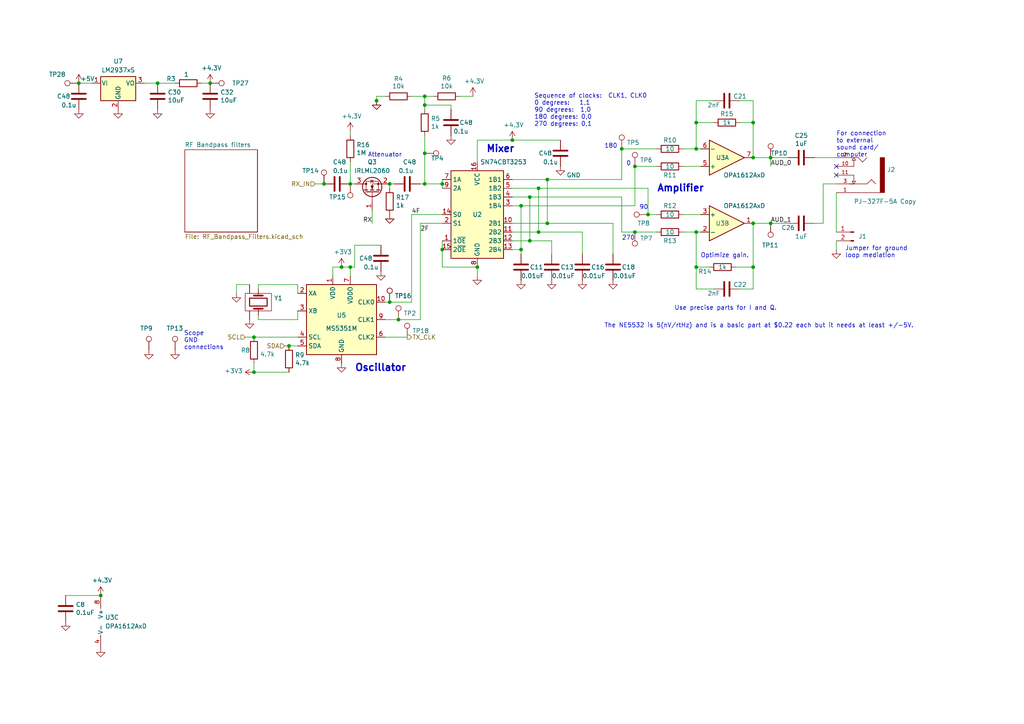
<source format=kicad_sch>
(kicad_sch (version 20230121) (generator eeschema)
  (paper "A4")
  (lib_symbols
    (symbol "Amplifier_Operational:OPA1612AxD" (pin_names (offset 0.127))
      (property "Reference" "U" (at 0 5.08 0))
      (property "Value" "OPA1612AxD" (at 0 -5.08 0))
      (symbol "OPA1612AxD_1_1"
        (polyline (pts (xy -5.08 5.08) (xy 5.08 0) (xy -5.08 -5.08) (xy -5.08 5.08)) (stroke (width 0.254)) (fill (type background)))
        (pin output line (at 7.62 0 180) (length 2.54) (name "~") (number "1"))
        (pin input line (at -7.62 -2.54 0) (length 2.54) (name "-") (number "2"))
        (pin input line (at -7.62 2.54 0) (length 2.54) (name "+") (number "3"))
      )
      (symbol "OPA1612AxD_2_1"
        (polyline (pts (xy -5.08 5.08) (xy 5.08 0) (xy -5.08 -5.08) (xy -5.08 5.08)) (stroke (width 0.254)) (fill (type background)))
        (pin input line (at -7.62 2.54 0) (length 2.54) (name "+") (number "5"))
        (pin input line (at -7.62 -2.54 0) (length 2.54) (name "-") (number "6"))
        (pin output line (at 7.62 0 180) (length 2.54) (name "~") (number "7"))
      )
      (symbol "OPA1612AxD_3_1"
        (pin power_in line (at -2.54 -7.62 90) (length 3.81) (name "V-") (number "4"))
        (pin power_in line (at -2.54 7.62 270) (length 3.81) (name "V+") (number "8"))
      )
    )
    (symbol "Analog_Switch:SN74CBT3253"
      (property "Reference" "U" (at -7.62 13.97 0))
      (property "Value" "SN74CBT3253" (at -11.43 -13.97 0))
      (symbol "SN74CBT3253_0_1"
        (rectangle (start -7.62 12.7) (end 7.62 -12.7) (stroke (width 0.254)) (fill (type background)))
        (rectangle (start 7.62 -12.7) (end 7.62 -12.7))
      )
      (symbol "SN74CBT3253_1_1"
        (pin input line (at -10.16 -7.62 0) (length 2.54) (name "1~{OE}") (number "1"))
        (pin bidirectional line (at 10.16 -2.54 180) (length 2.54) (name "2B1") (number "10"))
        (pin bidirectional line (at 10.16 -5.08 180) (length 2.54) (name "2B2") (number "11"))
        (pin bidirectional line (at 10.16 -7.62 180) (length 2.54) (name "2B3") (number "12"))
        (pin bidirectional line (at 10.16 -10.16 180) (length 2.54) (name "2B4") (number "13"))
        (pin input line (at -10.16 0 0) (length 2.54) (name "S0") (number "14"))
        (pin input line (at -10.16 -10.16 0) (length 2.54) (name "2~{OE}") (number "15"))
        (pin power_in line (at 0 15.24 270) (length 2.54) (name "VCC") (number "16"))
        (pin input line (at -10.16 -2.54 0) (length 2.54) (name "S1") (number "2"))
        (pin bidirectional line (at 10.16 2.54 180) (length 2.54) (name "1B4") (number "3"))
        (pin bidirectional line (at 10.16 5.08 180) (length 2.54) (name "1B3") (number "4"))
        (pin bidirectional line (at 10.16 7.62 180) (length 2.54) (name "1B2") (number "5"))
        (pin bidirectional line (at 10.16 10.16 180) (length 2.54) (name "1B1") (number "6"))
        (pin bidirectional line (at -10.16 10.16 0) (length 2.54) (name "1A") (number "7"))
        (pin power_in line (at 0 -15.24 90) (length 2.54) (name "GND") (number "8"))
        (pin bidirectional line (at -10.16 7.62 0) (length 2.54) (name "2A") (number "9"))
      )
    )
    (symbol "Connector:TestPoint" (pin_numbers hide) (pin_names (offset 0.762) hide)
      (property "Reference" "TP" (at 0 6.858 0))
      (property "Value" "TestPoint" (at 0 5.08 0))
      (symbol "TestPoint_0_1"
        (circle (center 0 3.302) (radius 0.762))
      )
      (symbol "TestPoint_1_1"
        (pin passive line (at 0 0 90) (length 2.54) (name "1") (number "1"))
      )
    )
    (symbol "Device:C" (pin_numbers hide) (pin_names (offset 0.254))
      (property "Reference" "C" (at 0.635 2.54 0))
      (property "Value" "C" (at 0.635 -2.54 0))
      (symbol "C_0_1"
        (polyline (pts (xy -2.032 -0.762) (xy 2.032 -0.762)) (stroke (width 0.508)))
        (polyline (pts (xy -2.032 0.762) (xy 2.032 0.762)) (stroke (width 0.508)))
      )
      (symbol "C_1_1"
        (pin passive line (at 0 3.81 270) (length 2.794) (name "~") (number "1"))
        (pin passive line (at 0 -3.81 90) (length 2.794) (name "~") (number "2"))
      )
    )
    (symbol "Device:R" (pin_numbers hide) (pin_names (offset 0))
      (property "Reference" "R" (at 2.032 0 90))
      (property "Value" "R" (at 0 0 90))
      (symbol "R_0_1"
        (rectangle (start -1.016 -2.54) (end 1.016 2.54) (stroke (width 0.254)))
      )
      (symbol "R_1_1"
        (pin passive line (at 0 3.81 270) (length 1.27) (name "~") (number "1"))
        (pin passive line (at 0 -3.81 90) (length 1.27) (name "~") (number "2"))
      )
    )
    (symbol "Oscillator:Si5351A-B-GT"
      (property "Reference" "U" (at -8.89 11.43 0))
      (property "Value" "Si5351A-B-GT" (at -12.7 -12.7 0))
      (symbol "Si5351A-B-GT_0_1"
        (rectangle (start -10.16 10.16) (end 10.16 -10.16) (stroke (width 0.254)) (fill (type background)))
      )
      (symbol "Si5351A-B-GT_1_1"
        (pin power_in line (at -2.54 12.7 270) (length 2.54) (name "VDD") (number "1"))
        (pin output line (at 12.7 5.08 180) (length 2.54) (name "CLK0") (number "10"))
        (pin input line (at -12.7 7.62 0) (length 2.54) (name "XA") (number "2"))
        (pin input line (at -12.7 2.54 0) (length 2.54) (name "XB") (number "3"))
        (pin input line (at -12.7 -5.08 0) (length 2.54) (name "SCL") (number "4"))
        (pin bidirectional line (at -12.7 -7.62 0) (length 2.54) (name "SDA") (number "5"))
        (pin output line (at 12.7 -5.08 180) (length 2.54) (name "CLK2") (number "6"))
        (pin power_in line (at 2.54 12.7 270) (length 2.54) (name "VDDO") (number "7"))
        (pin power_in line (at 0 -12.7 90) (length 2.54) (name "GND") (number "8"))
        (pin output line (at 12.7 0 180) (length 2.54) (name "CLK1") (number "9"))
      )
    )
    (symbol "Regulator_Linear:LM2937xS" (pin_names (offset 0.254))
      (property "Reference" "U" (at -3.81 3.175 0))
      (property "Value" "LM2937xS" (at 0 3.175 0))
      (symbol "LM2937xS_0_1"
        (rectangle (start -5.08 -5.08) (end 5.08 1.905) (stroke (width 0.254)) (fill (type background)))
      )
      (symbol "LM2937xS_1_1"
        (pin power_in line (at -7.62 0 0) (length 2.54) (name "VI") (number "1"))
        (pin power_in line (at 0 -7.62 90) (length 2.54) (name "GND") (number "2"))
        (pin power_out line (at 7.62 0 180) (length 2.54) (name "VO") (number "3"))
      )
    )
    (symbol "Transistor_FET:2N7002" (pin_names hide)
      (property "Reference" "Q" (at 5.08 1.905 0))
      (property "Value" "2N7002" (at 5.08 0 0))
      (symbol "2N7002_0_1"
        (polyline (pts (xy 0.254 0) (xy -2.54 0)))
        (polyline (pts (xy 0.254 1.905) (xy 0.254 -1.905)) (stroke (width 0.254)))
        (polyline (pts (xy 0.762 -1.27) (xy 0.762 -2.286)) (stroke (width 0.254)))
        (polyline (pts (xy 0.762 0.508) (xy 0.762 -0.508)) (stroke (width 0.254)))
        (polyline (pts (xy 0.762 2.286) (xy 0.762 1.27)) (stroke (width 0.254)))
        (polyline (pts (xy 2.54 2.54) (xy 2.54 1.778)))
        (polyline (pts (xy 2.54 -2.54) (xy 2.54 0) (xy 0.762 0)))
        (polyline (pts (xy 0.762 -1.778) (xy 3.302 -1.778) (xy 3.302 1.778) (xy 0.762 1.778)))
        (polyline (pts (xy 1.016 0) (xy 2.032 0.381) (xy 2.032 -0.381) (xy 1.016 0)) (fill (type outline)))
        (polyline (pts (xy 2.794 0.508) (xy 2.921 0.381) (xy 3.683 0.381) (xy 3.81 0.254)))
        (polyline (pts (xy 3.302 0.381) (xy 2.921 -0.254) (xy 3.683 -0.254) (xy 3.302 0.381)))
        (circle (center 1.651 0) (radius 2.794) (stroke (width 0.254)))
        (circle (center 2.54 -1.778) (radius 0.254) (fill (type outline)))
        (circle (center 2.54 1.778) (radius 0.254) (fill (type outline)))
      )
      (symbol "2N7002_1_1"
        (pin input line (at -5.08 0 0) (length 2.54) (name "G") (number "1"))
        (pin passive line (at 2.54 -5.08 90) (length 2.54) (name "S") (number "2"))
        (pin passive line (at 2.54 5.08 270) (length 2.54) (name "D") (number "3"))
      )
    )
    (symbol "muSDRx-rescue:+4.3V-lt6231" (power) (pin_names (offset 0))
      (property "Value" "+4.3V-lt6231" (at 0 3.556 0))
      (symbol "+4.3V-lt6231_0_1"
        (polyline (pts (xy -0.762 1.27) (xy 0 2.54)))
        (polyline (pts (xy 0 0) (xy 0 2.54)))
        (polyline (pts (xy 0 2.54) (xy 0.762 1.27)))
      )
      (symbol "+4.3V-lt6231_1_1"
        (pin power_in line (at 0 0 90) (length 0) hide (name "+4.3V") (number "1"))
      )
    )
    (symbol "muSDRx-rescue:35RAPC4BHN2-35RAPC4BHN2" (pin_names (offset 1.016) hide)
      (property "Reference" "J" (at -5.1054 5.6134 0))
      (property "Value" "35RAPC4BHN2-35RAPC4BHN2" (at -5.1054 -7.6454 0))
      (symbol "35RAPC4BHN2-35RAPC4BHN2_0_0"
        (rectangle (start -6.3754 -5.1054) (end -5.08 5.0546) (fill (type outline)))
        (polyline (pts (xy -2.54 1.27) (xy -3.81 2.54)) (stroke (width 0.1524)))
        (polyline (pts (xy -1.27 -5.08) (xy 0 -3.81)) (stroke (width 0.1524)))
        (polyline (pts (xy -1.27 2.54) (xy -2.54 1.27)) (stroke (width 0.1524)))
        (polyline (pts (xy 0 -3.81) (xy 1.27 -5.08)) (stroke (width 0.1524)))
        (polyline (pts (xy 1.27 -5.08) (xy 2.54 -5.08)) (stroke (width 0.1524)))
        (polyline (pts (xy 2.032 -4.318) (xy 2.54 -5.08)) (stroke (width 0.1524)))
        (polyline (pts (xy 2.032 1.778) (xy 2.54 1.778)) (stroke (width 0.1524)))
        (polyline (pts (xy 2.54 -5.08) (xy 3.048 -4.318)) (stroke (width 0.1524)))
        (polyline (pts (xy 2.54 -4.318) (xy 2.032 -4.318)) (stroke (width 0.1524)))
        (polyline (pts (xy 2.54 -4.318) (xy 2.54 -2.54)) (stroke (width 0.1524)))
        (polyline (pts (xy 2.54 1.778) (xy 2.54 0)) (stroke (width 0.1524)))
        (polyline (pts (xy 2.54 1.778) (xy 3.048 1.778)) (stroke (width 0.1524)))
        (polyline (pts (xy 2.54 2.54) (xy -1.27 2.54)) (stroke (width 0.1524)))
        (polyline (pts (xy 2.54 2.54) (xy 2.032 1.778)) (stroke (width 0.1524)))
        (polyline (pts (xy 2.54 5.08) (xy -5.08 5.08)) (stroke (width 0.1524)))
        (polyline (pts (xy 3.048 -4.318) (xy 2.54 -4.318)) (stroke (width 0.1524)))
        (polyline (pts (xy 3.048 1.778) (xy 2.54 2.54)) (stroke (width 0.1524)))
        (polyline (pts (xy 3.81 2.54) (xy 2.54 2.54)) (stroke (width 0.1524)))
        (pin passive line (at 7.62 5.08 180) (length 5.08) (name "~") (number "1"))
        (pin passive line (at 7.62 -2.54 180) (length 5.08) (name "~") (number "10"))
        (pin passive line (at 7.62 0 180) (length 5.08) (name "~") (number "11"))
        (pin passive line (at 7.62 -5.08 180) (length 5.08) (name "~") (number "2"))
        (pin passive line (at 7.62 2.54 180) (length 5.08) (name "~") (number "3"))
      )
    )
    (symbol "muSDRx-rescue:CX3225-cx3225" (pin_numbers hide) (pin_names (offset 1.016) hide)
      (property "Reference" "Y" (at 0 5.08 0))
      (property "Value" "CX3225-cx3225" (at 0 -5.08 0))
      (symbol "CX3225-cx3225_0_1"
        (rectangle (start -2.54 3.81) (end 2.54 -3.81))
        (rectangle (start -1.143 2.54) (end 1.143 -2.54) (stroke (width 0.3048)))
        (polyline (pts (xy -2.54 0) (xy -1.905 0)))
        (polyline (pts (xy -1.905 -1.27) (xy -1.905 1.27)) (stroke (width 0.508)))
        (polyline (pts (xy 1.905 -1.27) (xy 1.905 1.27)) (stroke (width 0.508)))
        (polyline (pts (xy 2.54 0) (xy 1.905 0)))
      )
      (symbol "CX3225-cx3225_1_1"
        (pin passive line (at -3.81 0 0) (length 1.27) (name "1") (number "1"))
        (pin passive line (at -5.08 2.54 0) (length 2.54) (name "GND") (number "2"))
        (pin passive line (at 3.81 0 180) (length 1.27) (name "2") (number "3"))
        (pin passive line (at 5.08 2.54 180) (length 2.54) (name "GND") (number "4"))
      )
    )
    (symbol "muSDRx-rescue:Conn_01x02_Male-Connector" (pin_names (offset 1.016) hide)
      (property "Reference" "J" (at 0 2.54 0))
      (property "Value" "Conn_01x02_Male-Connector" (at 0 -5.08 0))
      (symbol "Conn_01x02_Male-Connector_1_1"
        (polyline (pts (xy 1.27 -2.54) (xy 0.8636 -2.54)) (stroke (width 0.1524)))
        (polyline (pts (xy 1.27 0) (xy 0.8636 0)) (stroke (width 0.1524)))
        (rectangle (start 0.8636 -2.413) (end 0 -2.667) (stroke (width 0.1524)) (fill (type outline)))
        (rectangle (start 0.8636 0.127) (end 0 -0.127) (stroke (width 0.1524)) (fill (type outline)))
        (pin passive line (at 5.08 0 180) (length 3.81) (name "Pin_1") (number "1"))
        (pin passive line (at 5.08 -2.54 180) (length 3.81) (name "Pin_2") (number "2"))
      )
    )
    (symbol "muSDRx-rescue:TestPoint-Connector" (pin_numbers hide) (pin_names (offset 0.762) hide)
      (property "Reference" "TP" (at 0 6.858 0))
      (property "Value" "TestPoint-Connector" (at 0 5.08 0))
      (symbol "TestPoint-Connector_0_1"
        (circle (center 0 3.302) (radius 0.762))
      )
      (symbol "TestPoint-Connector_1_1"
        (pin passive line (at 0 0 90) (length 2.54) (name "1") (number "1"))
      )
    )
    (symbol "power:+3.3V" (power) (pin_names (offset 0))
      (property "Value" "+3.3V" (at 0 3.556 0))
      (symbol "+3.3V_0_1"
        (polyline (pts (xy -0.762 1.27) (xy 0 2.54)))
        (polyline (pts (xy 0 0) (xy 0 2.54)))
        (polyline (pts (xy 0 2.54) (xy 0.762 1.27)))
      )
      (symbol "+3.3V_1_1"
        (pin power_in line (at 0 0 90) (length 0) hide (name "+3V3") (number "1"))
      )
    )
    (symbol "power:+5V" (power) (pin_names (offset 0))
      (property "Value" "+5V" (at 0 3.556 0))
      (symbol "+5V_0_1"
        (polyline (pts (xy -0.762 1.27) (xy 0 2.54)))
        (polyline (pts (xy 0 0) (xy 0 2.54)))
        (polyline (pts (xy 0 2.54) (xy 0.762 1.27)))
      )
      (symbol "+5V_1_1"
        (pin power_in line (at 0 0 90) (length 0) hide (name "+5V") (number "1"))
      )
    )
    (symbol "power:GND" (power) (pin_names (offset 0))
      (property "Value" "GND" (at 0 -3.81 0))
      (symbol "GND_0_1"
        (polyline (pts (xy 0 0) (xy 0 -1.27) (xy 1.27 -1.27) (xy 0 -2.54) (xy -1.27 -1.27) (xy 0 -1.27)))
      )
      (symbol "GND_1_1"
        (pin power_in line (at 0 0 270) (length 0) hide (name "GND") (number "1"))
      )
    )
  )
  (junction (at 113.03 53.34))
  (junction (at 153.67 57.15))
  (junction (at 218.44 45.72))
  (junction (at 223.52 64.77))
  (junction (at 128.27 53.34))
  (junction (at 151.13 72.39))
  (junction (at 73.66 107.95))
  (junction (at 223.52 45.72))
  (junction (at 99.06 77.47))
  (junction (at 201.93 67.31))
  (junction (at 123.19 27.94))
  (junction (at 158.75 64.77))
  (junction (at 113.03 87.63))
  (junction (at 187.96 62.23))
  (junction (at 218.44 64.77))
  (junction (at 22.86 24.13))
  (junction (at 128.27 72.39))
  (junction (at 153.67 69.85))
  (junction (at 158.75 52.07))
  (junction (at 123.19 44.45))
  (junction (at 123.19 30.48))
  (junction (at 218.44 77.47))
  (junction (at 218.44 35.56))
  (junction (at 29.21 172.72))
  (junction (at 180.34 43.18))
  (junction (at 45.72 24.13))
  (junction (at 101.6 77.47))
  (junction (at 201.93 35.56))
  (junction (at 123.19 53.34))
  (junction (at 184.15 67.31))
  (junction (at 138.43 77.47))
  (junction (at 83.82 100.33))
  (junction (at 156.21 54.61))
  (junction (at 201.93 43.18))
  (junction (at 109.22 29.21))
  (junction (at 93.98 53.34))
  (junction (at 156.21 67.31))
  (junction (at 73.66 97.79))
  (junction (at 201.93 77.47))
  (junction (at 148.59 40.64))
  (junction (at 151.13 59.69))
  (junction (at 184.15 48.26))
  (junction (at 60.96 24.13))
  (junction (at 101.6 53.34))
  (junction (at 115.57 92.71))
  (no_connect (at 242.57 48.26))
  (no_connect (at 242.57 50.8))
  (wire (pts (xy 123.19 27.94) (xy 119.38 27.94)))
  (wire (pts (xy 74.93 83.82) (xy 74.93 82.55)))
  (wire (pts (xy 180.34 43.18) (xy 190.5 43.18)))
  (wire (pts (xy 86.36 92.71) (xy 86.36 90.17)))
  (wire (pts (xy 74.93 92.71) (xy 86.36 92.71)))
  (wire (pts (xy 83.82 100.33) (xy 86.36 100.33)))
  (wire (pts (xy 115.57 92.71) (xy 121.92 92.71)))
  (wire (pts (xy 130.81 31.75) (xy 130.81 30.48)))
  (wire (pts (xy 121.92 64.77) (xy 128.27 64.77)))
  (wire (pts (xy 125.73 27.94) (xy 123.19 27.94)))
  (wire (pts (xy 102.87 77.47) (xy 102.87 71.12)))
  (wire (pts (xy 214.63 29.21) (xy 218.44 29.21)))
  (wire (pts (xy 223.52 48.26) (xy 223.52 45.72)))
  (wire (pts (xy 158.75 64.77) (xy 158.75 52.07)))
  (wire (pts (xy 138.43 40.64) (xy 148.59 40.64)))
  (wire (pts (xy 128.27 69.85) (xy 128.27 72.39)))
  (wire (pts (xy 238.76 53.34) (xy 238.76 64.77)))
  (wire (pts (xy 101.6 53.34) (xy 102.87 53.34)))
  (wire (pts (xy 113.03 87.63) (xy 119.38 87.63)))
  (wire (pts (xy 160.02 69.85) (xy 153.67 69.85)))
  (wire (pts (xy 128.27 54.61) (xy 128.27 53.34)))
  (wire (pts (xy 156.21 67.31) (xy 168.91 67.31)))
  (wire (pts (xy 184.15 59.69) (xy 184.15 48.26)))
  (wire (pts (xy 201.93 77.47) (xy 205.74 77.47)))
  (wire (pts (xy 68.58 82.55) (xy 72.39 82.55)))
  (wire (pts (xy 96.52 77.47) (xy 96.52 80.01)))
  (wire (pts (xy 128.27 72.39) (xy 128.27 77.47)))
  (wire (pts (xy 96.52 77.47) (xy 99.06 77.47)))
  (wire (pts (xy 107.95 64.77) (xy 107.95 60.96)))
  (wire (pts (xy 148.59 72.39) (xy 151.13 72.39)))
  (wire (pts (xy 151.13 72.39) (xy 151.13 73.66)))
  (wire (pts (xy 101.6 77.47) (xy 99.06 77.47)))
  (wire (pts (xy 236.22 45.72) (xy 242.57 45.72)))
  (wire (pts (xy 153.67 57.15) (xy 148.59 57.15)))
  (wire (pts (xy 151.13 59.69) (xy 151.13 72.39)))
  (wire (pts (xy 74.93 82.55) (xy 86.36 82.55)))
  (wire (pts (xy 148.59 59.69) (xy 151.13 59.69)))
  (wire (pts (xy 238.76 53.34) (xy 242.57 53.34)))
  (wire (pts (xy 19.05 172.72) (xy 29.21 172.72)))
  (wire (pts (xy 121.92 53.34) (xy 123.19 53.34)))
  (wire (pts (xy 218.44 77.47) (xy 218.44 64.77)))
  (wire (pts (xy 201.93 35.56) (xy 207.01 35.56)))
  (wire (pts (xy 180.34 52.07) (xy 158.75 52.07)))
  (wire (pts (xy 214.63 35.56) (xy 218.44 35.56)))
  (wire (pts (xy 128.27 77.47) (xy 138.43 77.47)))
  (wire (pts (xy 158.75 64.77) (xy 177.8 64.77)))
  (wire (pts (xy 187.96 54.61) (xy 156.21 54.61)))
  (wire (pts (xy 190.5 62.23) (xy 187.96 62.23)))
  (wire (pts (xy 114.3 53.34) (xy 113.03 53.34)))
  (wire (pts (xy 198.12 67.31) (xy 201.93 67.31)))
  (wire (pts (xy 101.6 38.1) (xy 101.6 39.37)))
  (wire (pts (xy 201.93 35.56) (xy 201.93 29.21)))
  (wire (pts (xy 180.34 57.15) (xy 180.34 67.31)))
  (wire (pts (xy 180.34 52.07) (xy 180.34 43.18)))
  (wire (pts (xy 218.44 64.77) (xy 223.52 64.77)))
  (wire (pts (xy 58.42 24.13) (xy 60.96 24.13)))
  (wire (pts (xy 111.76 97.79) (xy 118.11 97.79)))
  (wire (pts (xy 123.19 53.34) (xy 128.27 53.34)))
  (wire (pts (xy 109.22 27.94) (xy 109.22 29.21)))
  (wire (pts (xy 45.72 24.13) (xy 41.91 24.13)))
  (wire (pts (xy 73.66 97.79) (xy 86.36 97.79)))
  (wire (pts (xy 218.44 35.56) (xy 218.44 45.72)))
  (wire (pts (xy 121.92 92.71) (xy 121.92 64.77)))
  (wire (pts (xy 218.44 45.72) (xy 223.52 45.72)))
  (wire (pts (xy 45.72 24.13) (xy 50.8 24.13)))
  (wire (pts (xy 101.6 80.01) (xy 101.6 77.47)))
  (wire (pts (xy 102.87 71.12) (xy 110.49 71.12)))
  (wire (pts (xy 203.2 62.23) (xy 198.12 62.23)))
  (wire (pts (xy 73.66 97.79) (xy 71.12 97.79)))
  (wire (pts (xy 180.34 67.31) (xy 184.15 67.31)))
  (wire (pts (xy 201.93 67.31) (xy 201.93 77.47)))
  (wire (pts (xy 123.19 30.48) (xy 123.19 27.94)))
  (wire (pts (xy 218.44 77.47) (xy 218.44 83.82)))
  (wire (pts (xy 111.76 87.63) (xy 113.03 87.63)))
  (wire (pts (xy 148.59 69.85) (xy 153.67 69.85)))
  (wire (pts (xy 82.55 100.33) (xy 83.82 100.33)))
  (wire (pts (xy 184.15 67.31) (xy 190.5 67.31)))
  (wire (pts (xy 203.2 48.26) (xy 198.12 48.26)))
  (wire (pts (xy 22.86 24.13) (xy 26.67 24.13)))
  (wire (pts (xy 207.01 83.82) (xy 201.93 83.82)))
  (wire (pts (xy 203.2 43.18) (xy 201.93 43.18)))
  (wire (pts (xy 153.67 69.85) (xy 153.67 57.15)))
  (wire (pts (xy 223.52 45.72) (xy 228.6 45.72)))
  (wire (pts (xy 111.76 27.94) (xy 109.22 27.94)))
  (wire (pts (xy 138.43 46.99) (xy 138.43 40.64)))
  (wire (pts (xy 162.56 40.64) (xy 148.59 40.64)))
  (wire (pts (xy 130.81 30.48) (xy 123.19 30.48)))
  (wire (pts (xy 74.93 91.44) (xy 74.93 92.71)))
  (wire (pts (xy 111.76 92.71) (xy 115.57 92.71)))
  (wire (pts (xy 242.57 69.85) (xy 242.57 72.39)))
  (wire (pts (xy 101.6 77.47) (xy 102.87 77.47)))
  (wire (pts (xy 223.52 64.77) (xy 228.6 64.77)))
  (wire (pts (xy 213.36 77.47) (xy 218.44 77.47)))
  (wire (pts (xy 68.58 85.09) (xy 68.58 82.55)))
  (wire (pts (xy 177.8 64.77) (xy 177.8 73.66)))
  (wire (pts (xy 201.93 43.18) (xy 201.93 35.56)))
  (wire (pts (xy 123.19 39.37) (xy 123.19 44.45)))
  (wire (pts (xy 138.43 77.47) (xy 138.43 80.01)))
  (wire (pts (xy 201.93 43.18) (xy 198.12 43.18)))
  (wire (pts (xy 242.57 55.88) (xy 242.57 67.31)))
  (wire (pts (xy 113.03 53.34) (xy 113.03 54.61)))
  (wire (pts (xy 218.44 29.21) (xy 218.44 35.56)))
  (wire (pts (xy 73.66 105.41) (xy 73.66 107.95)))
  (wire (pts (xy 214.63 83.82) (xy 218.44 83.82)))
  (wire (pts (xy 184.15 48.26) (xy 190.5 48.26)))
  (wire (pts (xy 151.13 59.69) (xy 184.15 59.69)))
  (wire (pts (xy 133.35 27.94) (xy 137.16 27.94)))
  (wire (pts (xy 160.02 69.85) (xy 160.02 73.66)))
  (wire (pts (xy 187.96 62.23) (xy 187.96 54.61)))
  (wire (pts (xy 148.59 64.77) (xy 158.75 64.77)))
  (wire (pts (xy 73.66 107.95) (xy 83.82 107.95)))
  (wire (pts (xy 158.75 52.07) (xy 148.59 52.07)))
  (wire (pts (xy 123.19 44.45) (xy 123.19 53.34)))
  (wire (pts (xy 156.21 67.31) (xy 148.59 67.31)))
  (wire (pts (xy 93.98 53.34) (xy 91.44 53.34)))
  (wire (pts (xy 156.21 54.61) (xy 156.21 67.31)))
  (wire (pts (xy 201.93 77.47) (xy 201.93 83.82)))
  (wire (pts (xy 128.27 53.34) (xy 128.27 52.07)))
  (wire (pts (xy 207.01 29.21) (xy 201.93 29.21)))
  (wire (pts (xy 119.38 87.63) (xy 119.38 62.23)))
  (wire (pts (xy 201.93 67.31) (xy 203.2 67.31)))
  (wire (pts (xy 153.67 57.15) (xy 180.34 57.15)))
  (wire (pts (xy 148.59 54.61) (xy 156.21 54.61)))
  (wire (pts (xy 119.38 62.23) (xy 128.27 62.23)))
  (wire (pts (xy 236.22 64.77) (xy 238.76 64.77)))
  (wire (pts (xy 101.6 46.99) (xy 101.6 53.34)))
  (wire (pts (xy 86.36 82.55) (xy 86.36 85.09)))
  (wire (pts (xy 168.91 67.31) (xy 168.91 73.66)))
  (wire (pts (xy 123.19 31.75) (xy 123.19 30.48)))
  (text "0" (at 181.61 48.26 0) (effects (font (size 1.27 1.27)) (justify left bottom)))
  (text "Amplifier" (at 190.5 55.88 0) (effects (font (size 2.0066 2.0066) (thickness 0.4013) bold) (justify left bottom)))
  (text "180\n" (at 175.26 43.18 0) (effects (font (size 1.27 1.27)) (justify left bottom)))
  (text "Use precise parts for I and Q." (at 195.58 90.17 0) (effects (font (size 1.27 1.27)) (justify left bottom)))
  (text "The NE5532 is 5(nV/rtHz) and is a basic part at $0.22 each but it needs at least +/-5V." (at 175.26 95.25 0) (effects (font (size 1.27 1.27)) (justify left bottom)))
  (text "270" (at 180.34 69.85 0) (effects (font (size 1.27 1.27)) (justify left bottom)))
  (text "Attenuator" (at 106.68 45.72 0) (effects (font (size 1.27 1.27)) (justify left bottom)))
  (text "For connection\nto external \nsound card/\ncomputer" (at 242.57 45.72 0) (effects (font (size 1.27 1.27)) (justify left bottom)))
  (text "Oscillator" (at 102.87 107.95 0) (effects (font (size 2.0066 2.0066) (thickness 0.4013) bold) (justify left bottom)))
  (text "90" (at 185.42 60.96 0) (effects (font (size 1.27 1.27)) (justify left bottom)))
  (text "Scope \nGND\nconnections" (at 53.34 101.6 0) (effects (font (size 1.27 1.27)) (justify left bottom)))
  (text "Mixer" (at 140.97 44.45 0) (effects (font (size 2.0066 2.0066) (thickness 0.4013) bold) (justify left bottom)))
  (text "Sequence of clocks:  CLK1, CLK0\n0 degrees:   1,1\n90 degrees:  1,0\n180 degrees: 0,0\n270 degrees: 0,1" (at 154.94 36.83 0) (effects (font (size 1.27 1.27)) (justify left bottom)))
  (text "Jumper for ground \nloop mediation" (at 245.11 74.93 0) (effects (font (size 1.27 1.27)) (justify left bottom)))
  (text "Optimize gain." (at 203.2 74.93 0) (effects (font (size 1.27 1.27)) (justify left bottom)))
  (label "2F" (at 121.92 67.31 0))
  (label "4F" (at 119.38 62.23 0))
  (label "AUD_1" (at 223.52 64.77 0))
  (label "AUD_0" (at 223.52 48.26 0))
  (label "RX" (at 107.95 64.77 180))
  (hierarchical_label "SCL" (shape input) (at 71.12 97.79 180))
  (hierarchical_label "TX_CLK" (shape output) (at 118.11 97.79 0))
  (hierarchical_label "SDA" (shape input) (at 82.55 100.33 180))
  (hierarchical_label "RX_IN" (shape input) (at 91.44 53.34 180))
  (symbol (lib_id "Device:C") (at 232.41 45.72 270) (unit 1)
    (property "Reference" "C25" (at 232.41 39.3192 90))
    (property "Value" "1uF" (at 232.41 41.6306 90))
    (property "Footprint" "Capacitors_SMD:C_0805" (effects hide))
    (instances (project "SDR-TRX" (path "" (reference "C25") (unit 1))) (project "muSDRx" (path "" (reference "C22") (unit 1))))
  )
  (symbol (lib_id "power:GND") (at 109.22 29.21 0) (unit 1)
    (property "Reference" "#PWR048" (effects hide))
    (property "Value" "GND" (effects hide))
    (instances (project "SDR-TRX" (path "" (reference "#PWR048") (unit 1))) (project "muSDRx" (path "" (reference "#PWR024") (unit 1))))
  )
  (symbol (lib_id "power:GND") (at 99.06 105.41 0) (unit 1)
    (property "Reference" "#PWR046" (effects hide))
    (property "Value" "GND" (effects hide))
    (instances (project "SDR-TRX" (path "" (reference "#PWR046") (unit 1))) (project "muSDRx" (path "" (reference "#PWR022") (unit 1))))
  )
  (symbol (lib_id "muSDRx-rescue:TestPoint-Connector") (at 50.8 101.6 0) (unit 1)
    (property "Reference" "TP13" (at 48.26 95.25 0) (effects (justify left)))
    (property "Value" "TestPoint" (effects hide))
    (property "Footprint" "Connectors:PINTST" (effects hide))
    (instances (project "SDR-TRX" (path "" (reference "TP13") (unit 1))) (project "muSDRx" (path "" (reference "TP11") (unit 1))))
  )
  (symbol (lib_id "Device:C") (at 151.13 77.47 0) (unit 1)
    (property "Reference" "C11" (at 153.67 77.47 0) (effects (justify left)))
    (property "Value" "0.01uF" (at 151.13 80.01 0) (effects (justify left)))
    (property "Footprint" "Capacitors_SMD:C_0805" (effects hide))
  )
  (symbol (lib_id "Device:C") (at 168.91 77.47 0) (unit 1)
    (property "Reference" "C16" (at 171.45 77.47 0) (effects (justify left)))
    (property "Value" "0.01uF" (at 168.91 80.01 0) (effects (justify left)))
    (property "Footprint" "Capacitors_SMD:C_0805" (effects hide))
    (instances (project "SDR-TRX" (path "" (reference "C16") (unit 1))) (project "muSDRx" (path "" (reference "C14") (unit 1))))
  )
  (symbol (lib_id "power:GND") (at 29.21 187.96 0) (mirror y) (unit 1)
    (property "Reference" "#PWR022" (effects hide))
    (property "Value" "GND" (effects hide))
    (instances (project "SDR-TRX" (path "" (reference "#PWR022") (unit 1))) (project "muSDRx" (path "" (reference "#PWR059") (unit 1))))
  )
  (symbol (lib_id "power:GND") (at 138.43 80.01 0) (unit 1)
    (property "Reference" "#PWR019" (effects hide))
    (property "Value" "GND" (effects hide))
    (instances (project "SDR-TRX" (path "" (reference "#PWR019") (unit 1))) (project "muSDRx" (path "" (reference "#PWR031") (unit 1))))
  )
  (symbol (lib_id "Device:R") (at 210.82 35.56 270) (unit 1)
    (property "Reference" "R15" (at 210.82 33.02 90))
    (property "Value" "1k" (at 210.82 35.56 90))
    (property "Footprint" "Resistors_SMD:R_0805" (effects hide))
    (instances (project "SDR-TRX" (path "" (reference "R15") (unit 1))) (project "muSDRx" (path "" (reference "R22") (unit 1))))
  )
  (symbol (lib_id "Amplifier_Operational:OPA1612AxD") (at 210.82 45.72 0) (mirror x) (unit 2)
    (property "Reference" "U3" (at 209.55 64.77 0))
    (property "Value" "OPA1612AxD" (at 215.9 50.8 0))
    (property "Datasheet" "http://www.ti.com/lit/ds/symlink/opa1612.pdf" (effects hide))
    (property "LCSC" "C94590" (effects hide))
  )
  (symbol (lib_id "muSDRx-rescue:TestPoint-Connector") (at 113.03 87.63 0) (unit 1)
    (property "Reference" "TP1" (at 114.5032 85.8012 0) (effects (justify left)))
    (property "Value" "TestPoint" (effects hide))
    (property "Footprint" "Connectors:PINTST" (effects hide))
    (instances (project "SDR-TRX" (path "" (reference "TP1") (unit 1))) (project "muSDRx" (path "" (reference "TP2") (unit 1))))
  )
  (symbol (lib_id "power:+5V") (at 22.86 24.13 0) (unit 1)
    (property "Reference" "#PWR051" (effects hide))
    (property "Value" "+5V" (at 25.4 22.86 0))
    (instances (project "SDR-TRX" (path "" (reference "#PWR051") (unit 1))) (project "muSDRx" (path "" (reference "#PWR012") (unit 1))))
  )
  (symbol (lib_id "power:GND") (at 34.29 31.75 0) (unit 1)
    (property "Reference" "#PWR035" (effects hide))
    (property "Value" "GND" (effects hide))
    (instances (project "SDR-TRX" (path "" (reference "#PWR035") (unit 1))) (project "muSDRx" (path "" (reference "#PWR022") (unit 1))))
  )
  (symbol (lib_id "Oscillator:Si5351A-B-GT") (at 99.06 92.71 0) (unit 1)
    (property "Reference" "U5" (at 99.06 91.44 0))
    (property "Value" "MS5351M" (at 99.06 95.25 0))
    (property "Footprint" "Housings_SSOP:MSOP-10_3x3mm_Pitch0.5mm" (effects hide))
    (property "Datasheet" "https://www.silabs.com/documents/public/data-sheets/Si5351-B.pdf" (effects hide))
    (property "LCSC" "C1509083" (effects hide))
    (instances (project "SDR-TRX" (path "" (reference "U5") (unit 1))) (project "muSDRx" (path "" (reference "U2") (unit 1))))
  )
  (symbol (lib_id "power:GND") (at 110.49 78.74 0) (unit 1)
    (property "Reference" "#PWR049" (effects hide))
    (property "Value" "GND" (effects hide))
    (instances (project "SDR-TRX" (path "" (reference "#PWR049") (unit 1))) (project "muSDRx" (path "" (reference "#PWR025") (unit 1))))
  )
  (symbol (lib_id "power:GND") (at 22.86 31.75 0) (unit 1)
    (property "Reference" "#PWR044" (effects hide))
    (property "Value" "GND" (effects hide))
    (instances (project "SDR-TRX" (path "" (reference "#PWR044") (unit 1))) (project "muSDRx" (path "" (reference "#PWR09") (unit 1))))
  )
  (symbol (lib_id "muSDRx-rescue:+4.3V-lt6231") (at 60.96 24.13 0) (unit 1)
    (property "Reference" "#PWR053" (effects hide))
    (property "Value" "+4.3V" (at 61.341 19.7358 0))
    (instances (project "SDR-TRX" (path "" (reference "#PWR053") (unit 1))) (project "muSDRx" (path "" (reference "#PWR014") (unit 1))))
  )
  (symbol (lib_id "power:GND") (at 151.13 81.28 0) (unit 1)
    (property "Reference" "#PWR021" (effects hide))
    (property "Value" "GND" (effects hide))
    (instances (project "SDR-TRX" (path "" (reference "#PWR021") (unit 1))) (project "muSDRx" (path "" (reference "#PWR039") (unit 1))))
  )
  (symbol (lib_id "Regulator_Linear:LM2937xS") (at 34.29 24.13 0) (unit 1)
    (property "Reference" "U7" (at 34.29 17.78 0))
    (property "Value" "LM2937xS" (at 34.29 20.32 0))
    (property "Footprint" "Package_TO_SOT_SMD:TO-263-3_TabPin2" (effects hide))
    (property "Datasheet" "https://datasheet.lcsc.com/lcsc/2303021430_HGSEMI-LM2937ES-5-0-TR_C2902486.pdf" (effects hide))
    (property "LCSC" "C2902486" (effects hide))
  )
  (symbol (lib_id "power:GND") (at 43.18 101.6 0) (unit 1)
    (property "Reference" "#PWR029" (effects hide))
    (property "Value" "GND" (effects hide))
    (instances (project "SDR-TRX" (path "" (reference "#PWR029") (unit 1))) (project "muSDRx" (path "" (reference "#PWR050") (unit 1))))
  )
  (symbol (lib_id "Connector:TestPoint") (at 22.86 24.13 90) (unit 1)
    (property "Reference" "TP28" (at 19.05 21.59 90) (effects (justify left)))
    (property "Value" "TestPoint" (effects hide))
  )
  (symbol (lib_id "power:GND") (at 72.39 92.71 0) (unit 1)
    (property "Reference" "#PWR039" (effects hide))
    (property "Value" "GND" (effects hide))
    (instances (project "SDR-TRX" (path "" (reference "#PWR039") (unit 1))) (project "muSDRx" (path "" (reference "#PWR015") (unit 1))))
  )
  (symbol (lib_id "Device:R") (at 209.55 77.47 270) (mirror x) (unit 1)
    (property "Reference" "R14" (at 204.47 78.74 90))
    (property "Value" "1k" (at 209.55 77.47 90))
    (property "Footprint" "Resistors_SMD:R_0805" (effects hide))
    (instances (project "SDR-TRX" (path "" (reference "R14") (unit 1))) (project "muSDRx" (path "" (reference "R21") (unit 1))))
  )
  (symbol (lib_id "power:GND") (at 19.05 180.34 0) (unit 1)
    (property "Reference" "#PWR025" (effects hide))
    (property "Value" "GND" (effects hide))
  )
  (symbol (lib_id "Device:R") (at 194.31 62.23 270) (unit 1)
    (property "Reference" "R12" (at 194.31 59.69 90))
    (property "Value" "10" (at 194.31 62.23 90))
    (property "Footprint" "Resistors_SMD:R_0805" (effects hide))
    (instances (project "SDR-TRX" (path "" (reference "R12") (unit 1))) (project "muSDRx" (path "" (reference "R19") (unit 1))))
  )
  (symbol (lib_id "muSDRx-rescue:TestPoint-Connector") (at 223.52 45.72 0) (unit 1)
    (property "Reference" "TP10" (at 223.52 44.45 0) (effects (justify left)))
    (property "Value" "TestPoint" (effects hide))
    (property "Footprint" "Connectors:PINTST" (effects hide))
    (instances (project "SDR-TRX" (path "" (reference "TP10") (unit 1))) (project "muSDRx" (path "" (reference "TP13") (unit 1))))
  )
  (symbol (lib_id "muSDRx-rescue:TestPoint-Connector") (at 43.18 101.6 0) (unit 1)
    (property "Reference" "TP9" (at 40.64 95.25 0) (effects (justify left)))
    (property "Value" "TestPoint" (effects hide))
    (property "Footprint" "Connectors:PINTST" (effects hide))
    (instances (project "SDR-TRX" (path "" (reference "TP9") (unit 1))) (project "muSDRx" (path "" (reference "TP10") (unit 1))))
  )
  (symbol (lib_id "Device:R") (at 129.54 27.94 270) (unit 1)
    (property "Reference" "R6" (at 129.54 22.6822 90))
    (property "Value" "10k" (at 129.54 24.9936 90))
    (property "Footprint" "Resistors_SMD:R_0805" (effects hide))
    (instances (project "SDR-TRX" (path "" (reference "R6") (unit 1))) (project "muSDRx" (path "" (reference "R10") (unit 1))))
  )
  (symbol (lib_id "power:+3.3V") (at 99.06 77.47 0) (unit 1)
    (property "Reference" "#PWR045" (effects hide))
    (property "Value" "+3.3V" (at 99.441 73.0758 0))
    (instances (project "SDR-TRX" (path "" (reference "#PWR045") (unit 1))) (project "muSDRx" (path "" (reference "#PWR021") (unit 1))))
  )
  (symbol (lib_id "Device:R") (at 123.19 35.56 0) (unit 1)
    (property "Reference" "R5" (at 124.968 34.3916 0) (effects (justify left)))
    (property "Value" "1k" (at 124.968 36.703 0) (effects (justify left)))
    (property "Footprint" "Resistors_SMD:R_0805" (effects hide))
    (instances (project "SDR-TRX" (path "" (reference "R5") (unit 1))) (project "muSDRx" (path "" (reference "R9") (unit 1))))
  )
  (symbol (lib_id "muSDRx-rescue:+4.3V-lt6231") (at 148.59 40.64 0) (unit 1)
    (property "Reference" "#PWR020" (effects hide))
    (property "Value" "+4.3V" (at 148.971 36.2458 0))
    (instances (project "SDR-TRX" (path "" (reference "#PWR020") (unit 1))) (project "muSDRx" (path "" (reference "#PWR036") (unit 1))))
  )
  (symbol (lib_id "Device:C") (at 19.05 176.53 0) (unit 1)
    (property "Reference" "C8" (at 21.971 175.3616 0) (effects (justify left)))
    (property "Value" "0.1uF" (at 21.971 177.673 0) (effects (justify left)))
    (property "Footprint" "Capacitors_SMD:C_0805" (effects hide))
    (instances (project "SDR-TRX" (path "" (reference "C8") (unit 1))) (project "muSDRx" (path "" (reference "C5") (unit 1))))
  )
  (symbol (lib_id "Device:R") (at 113.03 58.42 0) (unit 1)
    (property "Reference" "R17" (at 114.808 57.2516 0) (effects (justify left)))
    (property "Value" "1k" (at 114.808 59.563 0) (effects (justify left)))
    (property "Footprint" "Resistor_SMD:R_0805_2012Metric" (effects hide))
    (instances (project "SDR-TRX" (path "" (reference "R17") (unit 1))) (project "muSDRx" (path "" (reference "R28") (unit 1))))
  )
  (symbol (lib_id "power:GND") (at 45.72 31.75 0) (unit 1)
    (property "Reference" "#PWR043" (effects hide))
    (property "Value" "GND" (effects hide))
    (instances (project "SDR-TRX" (path "" (reference "#PWR043") (unit 1))) (project "muSDRx" (path "" (reference "#PWR022") (unit 1))))
  )
  (symbol (lib_id "muSDRx-rescue:TestPoint-Connector") (at 223.52 64.77 180) (unit 1)
    (property "Reference" "TP11" (at 220.98 71.12 0) (effects (justify right)))
    (property "Value" "TestPoint" (effects hide))
    (property "Footprint" "Connectors:PINTST" (effects hide))
    (instances (project "SDR-TRX" (path "" (reference "TP11") (unit 1))) (project "muSDRx" (path "" (reference "TP14") (unit 1))))
  )
  (symbol (lib_id "muSDRx-rescue:+4.3V-lt6231") (at 29.21 172.72 0) (unit 1)
    (property "Reference" "#PWR015" (effects hide))
    (property "Value" "+4.3V" (at 29.591 168.3258 0))
    (instances (project "SDR-TRX" (path "" (reference "#PWR015") (unit 1))) (project "muSDRx" (path "" (reference "#PWR030") (unit 1))))
  )
  (symbol (lib_id "Device:C") (at 232.41 64.77 270) (unit 1)
    (property "Reference" "C26" (at 228.6 66.04 90))
    (property "Value" "1uF" (at 232.41 68.58 90))
    (property "Footprint" "Capacitors_SMD:C_0805" (effects hide))
    (instances (project "SDR-TRX" (path "" (reference "C26") (unit 1))) (project "muSDRx" (path "" (reference "C23") (unit 1))))
  )
  (symbol (lib_id "Device:R") (at 83.82 104.14 0) (unit 1)
    (property "Reference" "R9" (at 85.598 102.9716 0) (effects (justify left)))
    (property "Value" "4.7k" (at 85.598 105.283 0) (effects (justify left)))
    (property "Footprint" "Resistors_SMD:R_0805" (effects hide))
    (instances (project "SDR-TRX" (path "" (reference "R9") (unit 1))) (project "muSDRx" (path "" (reference "R7") (unit 1))))
  )
  (symbol (lib_id "muSDRx-rescue:Conn_01x02_Male-Connector") (at 247.65 67.31 0) (mirror y) (unit 1)
    (property "Reference" "J1" (at 250.19 68.58 0))
    (property "Value" "Conn_01x02_Male" (effects hide))
    (property "Footprint" "Pin_Headers:Pin_Header_Straight_1x02_Pitch2.54mm" (effects hide))
    (instances (project "SDR-TRX" (path "" (reference "J1") (unit 1))) (project "muSDRx" (path "" (reference "J11") (unit 1))))
  )
  (symbol (lib_id "Device:R") (at 73.66 101.6 0) (unit 1)
    (property "Reference" "R8" (at 69.85 101.6 0) (effects (justify left)))
    (property "Value" "4.7k" (at 75.438 102.743 0) (effects (justify left)))
    (property "Footprint" "Resistors_SMD:R_0805" (effects hide))
    (instances (project "SDR-TRX" (path "" (reference "R8") (unit 1))) (project "muSDRx" (path "" (reference "R5") (unit 1))))
  )
  (symbol (lib_id "Device:R") (at 115.57 27.94 270) (unit 1)
    (property "Reference" "R4" (at 115.57 22.86 90))
    (property "Value" "10k" (at 115.57 24.9936 90))
    (property "Footprint" "Resistors_SMD:R_0805" (effects hide))
    (instances (project "SDR-TRX" (path "" (reference "R4") (unit 1))) (project "muSDRx" (path "" (reference "R8") (unit 1))))
  )
  (symbol (lib_id "power:GND") (at 130.81 39.37 0) (unit 1)
    (property "Reference" "#PWR017" (effects hide))
    (property "Value" "GND" (effects hide))
    (instances (project "SDR-TRX" (path "" (reference "#PWR017") (unit 1))) (project "muSDRx" (path "" (reference "#PWR029") (unit 1))))
  )
  (symbol (lib_id "muSDRx-rescue:TestPoint-Connector") (at 180.34 43.18 0) (unit 1)
    (property "Reference" "TP5" (at 181.8132 41.3512 0) (effects (justify left)))
    (property "Value" "TestPoint" (effects hide))
    (property "Footprint" "Connectors:PINTST" (effects hide))
    (instances (project "SDR-TRX" (path "" (reference "TP5") (unit 1))) (project "muSDRx" (path "" (reference "TP6") (unit 1))))
  )
  (symbol (lib_id "power:GND") (at 109.22 29.21 0) (unit 1)
    (property "Reference" "#PWR014" (effects hide))
    (property "Value" "GND" (effects hide))
    (instances (project "SDR-TRX" (path "" (reference "#PWR014") (unit 1))) (project "muSDRx" (path "" (reference "#PWR024") (unit 1))))
  )
  (symbol (lib_id "Device:C") (at 162.56 44.45 0) (unit 1)
    (property "Reference" "C48" (at 156.21 44.45 0) (effects (justify left)))
    (property "Value" "0.1u" (at 157.48 46.99 0) (effects (justify left)))
    (property "Datasheet" "https://datasheet.lcsc.com/lcsc/2211211800_YAGEO-CS1206KRX7R9BB104_C577441.pdf" (effects hide))
    (property "LCSC" "C376923" (effects hide))
    (instances (project "SDR-TRX" (path "" (reference "C48") (unit 1)) (path "" (reference "C14") (unit 1))))
  )
  (symbol (lib_id "muSDRx-rescue:TestPoint-Connector") (at 101.6 53.34 180) (unit 1)
    (property "Reference" "TP15" (at 100.33 57.15 0) (effects (justify left)))
    (property "Value" "TestPoint" (effects hide))
    (property "Footprint" "TestPoint:TestPoint_THTPad_D1.5mm_Drill0.7mm" (effects hide))
    (instances (project "SDR-TRX" (path "" (reference "TP15") (unit 1))) (project "muSDRx" (path "" (reference "TP18") (unit 1))))
  )
  (symbol (lib_id "muSDRx-rescue:35RAPC4BHN2-35RAPC4BHN2") (at 250.19 50.8 180) (unit 1)
    (property "Reference" "J2" (at 257.2512 49.1998 0) (effects (justify right)))
    (property "Value" "PJ-327F-5A Copy" (at 247.65 58.42 0) (effects (justify right)))
    (property "Datasheet" "https://datasheet.lcsc.com/lcsc/2108131530_Korean-Hroparts-Elec-PJ-327F-5A_C128989.pdf" (effects hide))
    (property "LCSC" "C128989" (effects hide))
    (instances (project "SDR-TRX" (path "" (reference "J2") (unit 1))) (project "muSDRx" (path "" (reference "J7") (unit 1))))
  )
  (symbol (lib_id "Connector:TestPoint") (at 60.96 24.13 270) (unit 1)
    (property "Reference" "TP27" (at 67.31 24.13 90) (effects (justify left)))
    (property "Value" "TestPoint" (effects hide))
  )
  (symbol (lib_id "muSDRx-rescue:TestPoint-Connector") (at 123.19 44.45 270) (unit 1)
    (property "Reference" "TP4" (at 125.0188 45.9232 90) (effects (justify left)))
    (property "Value" "TestPoint" (effects hide))
    (property "Footprint" "Connectors:PINTST" (effects hide))
    (instances (project "SDR-TRX" (path "" (reference "TP4") (unit 1))) (project "muSDRx" (path "" (reference "TP5") (unit 1))))
  )
  (symbol (lib_id "Transistor_FET:2N7002") (at 107.95 55.88 90) (unit 1)
    (property "Reference" "Q3" (at 107.95 46.99 90))
    (property "Value" "IRLML2060" (at 107.95 49.53 90))
    (property "Footprint" "Package_TO_SOT_SMD:SOT-23" (effects hide))
    (property "Datasheet" "https://cdn-shop.adafruit.com/datasheets/irlml2060pbf.pdf" (effects hide))
    (property "LCSC" "C67275" (effects hide))
    (instances (project "SDR-TRX" (path "" (reference "Q3") (unit 1)) (path "" (reference "Q2") (unit 1))))
  )
  (symbol (lib_id "muSDRx-rescue:TestPoint-Connector") (at 115.57 92.71 0) (unit 1)
    (property "Reference" "TP2" (at 117.0432 90.8812 0) (effects (justify left)))
    (property "Value" "TestPoint" (effects hide))
    (property "Footprint" "Connectors:PINTST" (effects hide))
    (instances (project "SDR-TRX" (path "" (reference "TP2") (unit 1))) (project "muSDRx" (path "" (reference "TP3") (unit 1))))
  )
  (symbol (lib_id "Device:C") (at 110.49 74.93 0) (unit 1)
    (property "Reference" "C48" (at 104.14 74.93 0) (effects (justify left)))
    (property "Value" "0.1u" (at 105.41 77.47 0) (effects (justify left)))
    (property "Datasheet" "https://datasheet.lcsc.com/lcsc/2211211800_YAGEO-CS1206KRX7R9BB104_C577441.pdf" (effects hide))
    (property "LCSC" "C376923" (effects hide))
    (instances (project "SDR-TRX" (path "" (reference "C48") (unit 1)) (path "" (reference "C19") (unit 1))))
  )
  (symbol (lib_id "power:GND") (at 177.8 81.28 0) (unit 1)
    (property "Reference" "#PWR028" (effects hide))
    (property "Value" "GND" (effects hide))
    (instances (project "SDR-TRX" (path "" (reference "#PWR028") (unit 1))) (project "muSDRx" (path "" (reference "#PWR046") (unit 1))))
  )
  (symbol (lib_id "Amplifier_Operational:OPA1612AxD") (at 31.75 180.34 0) (unit 3)
    (property "Reference" "U3" (at 30.48 179.07 0) (effects (justify left)))
    (property "Value" "OPA1612AxD" (at 30.48 181.61 0) (effects (justify left)))
    (property "Datasheet" "http://www.ti.com/lit/ds/symlink/opa1612.pdf" (effects hide))
    (property "LCSC" "C94590" (effects hide))
  )
  (symbol (lib_id "power:+3.3V") (at 73.66 107.95 90) (unit 1)
    (property "Reference" "#PWR040" (effects hide))
    (property "Value" "+3.3V" (at 70.4088 107.569 90) (effects (justify left)))
    (instances (project "SDR-TRX" (path "" (reference "#PWR040") (unit 1))) (project "muSDRx" (path "" (reference "#PWR016") (unit 1))))
  )
  (symbol (lib_id "muSDRx-rescue:+4.3V-lt6231") (at 101.6 38.1 0) (unit 1)
    (property "Reference" "#PWR047" (effects hide))
    (property "Value" "+4.3V" (at 101.981 33.7058 0))
    (instances (project "SDR-TRX" (path "" (reference "#PWR047") (unit 1))) (project "muSDRx" (path "" (reference "#PWR064") (unit 1))))
  )
  (symbol (lib_id "Device:R") (at 194.31 43.18 270) (unit 1)
    (property "Reference" "R10" (at 194.31 40.64 90))
    (property "Value" "10" (at 194.31 43.18 90))
    (property "Footprint" "Resistors_SMD:R_0805" (effects hide))
    (instances (project "SDR-TRX" (path "" (reference "R10") (unit 1))) (project "muSDRx" (path "" (reference "R17") (unit 1))))
  )
  (symbol (lib_id "muSDRx-rescue:TestPoint-Connector") (at 113.03 87.63 0) (unit 1)
    (property "Reference" "TP16" (at 114.5032 85.8012 0) (effects (justify left)))
    (property "Value" "TestPoint" (effects hide))
    (property "Footprint" "Connectors:PINTST" (effects hide))
    (instances (project "SDR-TRX" (path "" (reference "TP16") (unit 1))) (project "muSDRx" (path "" (reference "TP2") (unit 1))))
  )
  (symbol (lib_id "Device:R") (at 194.31 67.31 270) (unit 1)
    (property "Reference" "R13" (at 194.31 69.85 90))
    (property "Value" "10" (at 194.31 67.31 90))
    (property "Footprint" "Resistors_SMD:R_0805" (effects hide))
    (instances (project "SDR-TRX" (path "" (reference "R13") (unit 1))) (project "muSDRx" (path "" (reference "R20") (unit 1))))
  )
  (symbol (lib_id "muSDRx-rescue:TestPoint-Connector") (at 184.15 48.26 0) (unit 1)
    (property "Reference" "TP6" (at 185.6232 46.4312 0) (effects (justify left)))
    (property "Value" "TestPoint" (effects hide))
    (property "Footprint" "Connectors:PINTST" (effects hide))
    (instances (project "SDR-TRX" (path "" (reference "TP6") (unit 1))) (project "muSDRx" (path "" (reference "TP7") (unit 1))))
  )
  (symbol (lib_id "muSDRx-rescue:CX3225-cx3225") (at 74.93 87.63 90) (unit 1)
    (property "Reference" "Y1" (at 79.4512 86.4616 90) (effects (justify right)))
    (property "Value" "X322525MSB4SI" (effects hide))
    (property "Footprint" "Crystal:Crystal_SMD_3225-4Pin_3.2x2.5mm" (effects hide))
    (property "Datasheet" "https://datasheet.lcsc.com/lcsc/2106021034_KYX-K3A245762010_C2835954.pdf" (effects hide))
    (property "LCSC" "C2835954" (effects hide))
  )
  (symbol (lib_id "Device:C") (at 177.8 77.47 0) (unit 1)
    (property "Reference" "C18" (at 180.34 77.47 0) (effects (justify left)))
    (property "Value" "0.01uF" (at 177.8 80.01 0) (effects (justify left)))
    (property "Footprint" "Capacitors_SMD:C_0805" (effects hide))
    (instances (project "SDR-TRX" (path "" (reference "C18") (unit 1))) (project "muSDRx" (path "" (reference "C15") (unit 1))))
  )
  (symbol (lib_id "power:GND") (at 68.58 85.09 0) (unit 1)
    (property "Reference" "#PWR038" (effects hide))
    (property "Value" "GND" (effects hide))
    (instances (project "SDR-TRX" (path "" (reference "#PWR038") (unit 1))) (project "muSDRx" (path "" (reference "#PWR013") (unit 1))))
  )
  (symbol (lib_id "muSDRx-rescue:TestPoint-Connector") (at 118.11 97.79 0) (unit 1)
    (property "Reference" "TP18" (at 119.5832 95.9612 0) (effects (justify left)))
    (property "Value" "TestPoint" (effects hide))
    (property "Footprint" "Connectors:PINTST" (effects hide))
    (instances (project "SDR-TRX" (path "" (reference "TP18") (unit 1))) (project "muSDRx" (path "" (reference "TP4") (unit 1))))
  )
  (symbol (lib_id "muSDRx-rescue:TestPoint-Connector") (at 184.15 67.31 180) (unit 1)
    (property "Reference" "TP7" (at 185.6232 69.1388 0) (effects (justify right)))
    (property "Value" "TestPoint" (effects hide))
    (property "Footprint" "Connectors:PINTST" (effects hide))
    (instances (project "SDR-TRX" (path "" (reference "TP7") (unit 1))) (project "muSDRx" (path "" (reference "TP8") (unit 1))))
  )
  (symbol (lib_id "Amplifier_Operational:OPA1612AxD") (at 210.82 64.77 0) (unit 1)
    (property "Reference" "U3" (at 209.55 45.72 0))
    (property "Value" "OPA1612AxD" (at 215.9 59.69 0))
    (property "Datasheet" "http://www.ti.com/lit/ds/symlink/opa1612.pdf" (effects hide))
    (property "LCSC" "C94590" (effects hide))
  )
  (symbol (lib_id "power:GND") (at 50.8 101.6 0) (unit 1)
    (property "Reference" "#PWR030" (effects hide))
    (property "Value" "GND" (effects hide))
    (instances (project "SDR-TRX" (path "" (reference "#PWR030") (unit 1))) (project "muSDRx" (path "" (reference "#PWR054") (unit 1))))
  )
  (symbol (lib_id "muSDRx-rescue:+4.3V-lt6231") (at 137.16 27.94 0) (unit 1)
    (property "Reference" "#PWR018" (effects hide))
    (property "Value" "+4.3V" (at 137.541 23.5458 0))
    (instances (project "SDR-TRX" (path "" (reference "#PWR018") (unit 1))) (project "muSDRx" (path "" (reference "#PWR030") (unit 1))))
  )
  (symbol (lib_id "Device:R") (at 54.61 24.13 270) (unit 1)
    (property "Reference" "R3" (at 48.26 22.86 90) (effects (justify left)))
    (property "Value" "1" (at 53.34 21.59 90) (effects (justify left)))
    (property "Footprint" "Resistor_SMD:R_0805_2012Metric" (effects hide))
    (instances (project "SDR-TRX" (path "" (reference "R3") (unit 1))) (project "muSDRx" (path "" (reference "R27") (unit 1))))
  )
  (symbol (lib_id "muSDRx-rescue:TestPoint-Connector") (at 187.96 62.23 90) (unit 1)
    (property "Reference" "TP8" (at 186.69 64.77 90))
    (property "Value" "TestPoint" (effects hide))
    (property "Footprint" "Connectors:PINTST" (effects hide))
    (instances (project "SDR-TRX" (path "" (reference "TP8") (unit 1))) (project "muSDRx" (path "" (reference "TP9") (unit 1))))
  )
  (symbol (lib_id "Device:C") (at 210.82 29.21 270) (unit 1)
    (property "Reference" "C21" (at 214.63 27.94 90))
    (property "Value" "2nF" (at 207.01 30.48 90))
    (property "Footprint" "Capacitors_SMD:C_0805" (effects hide))
    (instances (project "SDR-TRX" (path "" (reference "C21") (unit 1))) (project "muSDRx" (path "" (reference "C18") (unit 1))))
  )
  (symbol (lib_id "Device:C") (at 97.79 53.34 270) (unit 1)
    (property "Reference" "C48" (at 96.52 46.99 90) (effects (justify left)))
    (property "Value" "0.1u" (at 96.52 49.53 90) (effects (justify left)))
    (property "Datasheet" "https://datasheet.lcsc.com/lcsc/2211211800_YAGEO-CS1206KRX7R9BB104_C577441.pdf" (effects hide))
    (property "LCSC" "C376923" (effects hide))
    (instances (project "SDR-TRX" (path "" (reference "C48") (unit 1)) (path "" (reference "C10") (unit 1))))
  )
  (symbol (lib_id "Device:C") (at 60.96 27.94 0) (unit 1)
    (property "Reference" "C32" (at 63.881 26.7716 0) (effects (justify left)))
    (property "Value" "10uF" (at 63.881 29.083 0) (effects (justify left)))
    (property "Footprint" "Capacitors_SMD:C_0805" (effects hide))
    (instances (project "SDR-TRX" (path "" (reference "C32") (unit 1))) (project "muSDRx" (path "" (reference "C2") (unit 1))))
  )
  (symbol (lib_id "power:GND") (at 60.96 31.75 0) (unit 1)
    (property "Reference" "#PWR054" (effects hide))
    (property "Value" "GND" (effects hide))
    (instances (project "SDR-TRX" (path "" (reference "#PWR054") (unit 1))) (project "muSDRx" (path "" (reference "#PWR022") (unit 1))))
  )
  (symbol (lib_id "power:GND") (at 160.02 81.28 0) (unit 1)
    (property "Reference" "#PWR023" (effects hide))
    (property "Value" "GND" (effects hide))
    (instances (project "SDR-TRX" (path "" (reference "#PWR023") (unit 1))) (project "muSDRx" (path "" (reference "#PWR043") (unit 1))))
  )
  (symbol (lib_id "Device:C") (at 22.86 27.94 0) (unit 1)
    (property "Reference" "C48" (at 16.51 27.94 0) (effects (justify left)))
    (property "Value" "0.1u" (at 17.78 30.48 0) (effects (justify left)))
    (property "Datasheet" "https://datasheet.lcsc.com/lcsc/2211211800_YAGEO-CS1206KRX7R9BB104_C577441.pdf" (effects hide))
    (property "LCSC" "C376923" (effects hide))
    (instances (project "SDR-TRX" (path "" (reference "C48") (unit 1)) (path "" (reference "C31") (unit 1))))
  )
  (symbol (lib_id "Device:R") (at 101.6 43.18 0) (unit 1)
    (property "Reference" "R16" (at 103.378 42.0116 0) (effects (justify left)))
    (property "Value" "1M" (at 103.378 44.323 0) (effects (justify left)))
    (property "Footprint" "Resistor_SMD:R_0805_2012Metric" (effects hide))
    (instances (project "SDR-TRX" (path "" (reference "R16") (unit 1))) (project "muSDRx" (path "" (reference "R29") (unit 1))))
  )
  (symbol (lib_id "Connector:TestPoint") (at 93.98 53.34 0) (unit 1)
    (property "Reference" "TP14" (at 87.63 49.53 0) (effects (justify left)))
    (property "Value" "TestPoint" (effects hide))
  )
  (symbol (lib_id "Device:C") (at 160.02 77.47 0) (unit 1)
    (property "Reference" "C13" (at 162.56 77.47 0) (effects (justify left)))
    (property "Value" "0.01uF" (at 160.02 80.01 0) (effects (justify left)))
    (property "Footprint" "Capacitors_SMD:C_0805" (effects hide))
    (instances (project "SDR-TRX" (path "" (reference "C13") (unit 1))) (project "muSDRx" (path "" (reference "C12") (unit 1))))
  )
  (symbol (lib_id "power:GND") (at 242.57 72.39 0) (mirror y) (unit 1)
    (property "Reference" "#PWR037" (effects hide))
    (property "Value" "GND" (effects hide))
    (instances (project "SDR-TRX" (path "" (reference "#PWR037") (unit 1))) (project "muSDRx" (path "" (reference "#PWR059") (unit 1))))
  )
  (symbol (lib_id "Device:C") (at 130.81 35.56 0) (mirror y) (unit 1)
    (property "Reference" "C48" (at 137.16 35.56 0) (effects (justify left)))
    (property "Value" "0.1u" (at 135.89 38.1 0) (effects (justify left)))
    (property "Datasheet" "https://datasheet.lcsc.com/lcsc/2211211800_YAGEO-CS1206KRX7R9BB104_C577441.pdf" (effects hide))
    (property "LCSC" "C376923" (effects hide))
    (instances (project "SDR-TRX" (path "" (reference "C48") (unit 1)) (path "" (reference "C50") (unit 1))))
  )
  (symbol (lib_id "Analog_Switch:SN74CBT3253") (at 138.43 62.23 0) (unit 1)
    (property "Reference" "U2" (at 138.43 62.23 0))
    (property "Value" "SN74CBT3253" (at 146.05 46.99 0))
    (property "Footprint" "Housings_SOIC:SOIC-16_3.9x9.9mm_Pitch1.27mm" (effects hide))
    (property "Datasheet" "http://www.ti.com/lit/gpn/sn74cbt3253" (effects hide))
    (instances (project "SDR-TRX" (path "" (reference "U2") (unit 1))) (project "muSDRx" (path "" (reference "U3") (unit 1))))
  )
  (symbol (lib_id "Device:R") (at 194.31 48.26 270) (unit 1)
    (property "Reference" "R11" (at 194.31 50.8 90))
    (property "Value" "10" (at 194.31 48.26 90))
    (property "Footprint" "Resistors_SMD:R_0805" (effects hide))
    (instances (project "SDR-TRX" (path "" (reference "R11") (unit 1))) (project "muSDRx" (path "" (reference "R18") (unit 1))))
  )
  (symbol (lib_id "Device:C") (at 45.72 27.94 0) (unit 1)
    (property "Reference" "C30" (at 48.641 26.7716 0) (effects (justify left)))
    (property "Value" "10uF" (at 48.641 29.083 0) (effects (justify left)))
    (property "Footprint" "Capacitors_SMD:C_0805" (effects hide))
    (instances (project "SDR-TRX" (path "" (reference "C30") (unit 1))) (project "muSDRx" (path "" (reference "C2") (unit 1))))
  )
  (symbol (lib_id "Device:C") (at 210.82 83.82 270) (unit 1)
    (property "Reference" "C22" (at 214.63 82.55 90))
    (property "Value" "2nF" (at 207.01 85.09 90))
    (property "Footprint" "Capacitors_SMD:C_0805" (effects hide))
    (instances (project "SDR-TRX" (path "" (reference "C22") (unit 1))) (project "muSDRx" (path "" (reference "C19") (unit 1))))
  )
  (symbol (lib_id "Device:C") (at 118.11 53.34 270) (unit 1)
    (property "Reference" "C48" (at 116.84 46.99 90) (effects (justify left)))
    (property "Value" "0.1u" (at 115.57 49.53 90) (effects (justify left)))
    (property "Datasheet" "https://datasheet.lcsc.com/lcsc/2211211800_YAGEO-CS1206KRX7R9BB104_C577441.pdf" (effects hide))
    (property "LCSC" "C376923" (effects hide))
    (instances (project "SDR-TRX" (path "" (reference "C48") (unit 1)) (path "" (reference "C9") (unit 1))))
  )
  (symbol (lib_id "power:GND") (at 113.03 62.23 0) (unit 1)
    (property "Reference" "#PWR050" (effects hide))
    (property "Value" "GND" (effects hide))
    (instances (project "SDR-TRX" (path "" (reference "#PWR050") (unit 1))) (project "muSDRx" (path "" (reference "#PWR042") (unit 1))))
  )
  (symbol (lib_id "power:GND") (at 113.03 62.23 0) (unit 1)
    (property "Reference" "#PWR016" (effects hide))
    (property "Value" "GND" (effects hide))
    (instances (project "SDR-TRX" (path "" (reference "#PWR016") (unit 1))) (project "muSDRx" (path "" (reference "#PWR042") (unit 1))))
  )
  (symbol (lib_id "power:GND") (at 168.91 81.28 0) (unit 1)
    (property "Reference" "#PWR026" (effects hide))
    (property "Value" "GND" (effects hide))
    (instances (project "SDR-TRX" (path "" (reference "#PWR026") (unit 1))) (project "muSDRx" (path "" (reference "#PWR045") (unit 1))))
  )
  (symbol (lib_id "power:GND") (at 162.56 48.26 0) (unit 1)
    (property "Reference" "#PWR024" (effects hide))
    (property "Value" "GND" (at 166.37 50.8 0))
    (instances (project "SDR-TRX" (path "" (reference "#PWR024") (unit 1))) (project "muSDRx" (path "" (reference "#PWR044") (unit 1))))
  )
  (sheet (at 53.594 43.434) (size 21.082 23.876) (stroke (width 0.1524))
    (property "Sheetname" "RF Bandpass filters" (at 53.594 42.7224 0) (effects (justify left bottom)))
    (property "Sheetfile" "RF_Bandpass_Filters.kicad_sch" (at 53.594 67.8946 0) (effects (justify left top)))
  )
)
</source>
